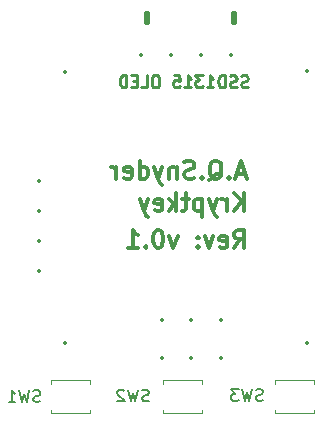
<source format=gbr>
%TF.GenerationSoftware,KiCad,Pcbnew,8.0.5*%
%TF.CreationDate,2024-09-25T23:10:07-04:00*%
%TF.ProjectId,kryptkey,6b727970-746b-4657-992e-6b696361645f,v0.1*%
%TF.SameCoordinates,Original*%
%TF.FileFunction,Legend,Bot*%
%TF.FilePolarity,Positive*%
%FSLAX46Y46*%
G04 Gerber Fmt 4.6, Leading zero omitted, Abs format (unit mm)*
G04 Created by KiCad (PCBNEW 8.0.5) date 2024-09-25 23:10:07*
%MOMM*%
%LPD*%
G01*
G04 APERTURE LIST*
%ADD10C,0.250000*%
%ADD11C,0.300000*%
%ADD12C,0.150000*%
%ADD13C,0.120000*%
%ADD14C,0.350000*%
%ADD15O,0.500000X1.300000*%
G04 APERTURE END LIST*
D10*
X113569430Y-60711436D02*
X113426573Y-60759055D01*
X113426573Y-60759055D02*
X113188478Y-60759055D01*
X113188478Y-60759055D02*
X113093240Y-60711436D01*
X113093240Y-60711436D02*
X113045621Y-60663816D01*
X113045621Y-60663816D02*
X112998002Y-60568578D01*
X112998002Y-60568578D02*
X112998002Y-60473340D01*
X112998002Y-60473340D02*
X113045621Y-60378102D01*
X113045621Y-60378102D02*
X113093240Y-60330483D01*
X113093240Y-60330483D02*
X113188478Y-60282864D01*
X113188478Y-60282864D02*
X113378954Y-60235245D01*
X113378954Y-60235245D02*
X113474192Y-60187626D01*
X113474192Y-60187626D02*
X113521811Y-60140007D01*
X113521811Y-60140007D02*
X113569430Y-60044769D01*
X113569430Y-60044769D02*
X113569430Y-59949531D01*
X113569430Y-59949531D02*
X113521811Y-59854293D01*
X113521811Y-59854293D02*
X113474192Y-59806674D01*
X113474192Y-59806674D02*
X113378954Y-59759055D01*
X113378954Y-59759055D02*
X113140859Y-59759055D01*
X113140859Y-59759055D02*
X112998002Y-59806674D01*
X112617049Y-60711436D02*
X112474192Y-60759055D01*
X112474192Y-60759055D02*
X112236097Y-60759055D01*
X112236097Y-60759055D02*
X112140859Y-60711436D01*
X112140859Y-60711436D02*
X112093240Y-60663816D01*
X112093240Y-60663816D02*
X112045621Y-60568578D01*
X112045621Y-60568578D02*
X112045621Y-60473340D01*
X112045621Y-60473340D02*
X112093240Y-60378102D01*
X112093240Y-60378102D02*
X112140859Y-60330483D01*
X112140859Y-60330483D02*
X112236097Y-60282864D01*
X112236097Y-60282864D02*
X112426573Y-60235245D01*
X112426573Y-60235245D02*
X112521811Y-60187626D01*
X112521811Y-60187626D02*
X112569430Y-60140007D01*
X112569430Y-60140007D02*
X112617049Y-60044769D01*
X112617049Y-60044769D02*
X112617049Y-59949531D01*
X112617049Y-59949531D02*
X112569430Y-59854293D01*
X112569430Y-59854293D02*
X112521811Y-59806674D01*
X112521811Y-59806674D02*
X112426573Y-59759055D01*
X112426573Y-59759055D02*
X112188478Y-59759055D01*
X112188478Y-59759055D02*
X112045621Y-59806674D01*
X111617049Y-60759055D02*
X111617049Y-59759055D01*
X111617049Y-59759055D02*
X111378954Y-59759055D01*
X111378954Y-59759055D02*
X111236097Y-59806674D01*
X111236097Y-59806674D02*
X111140859Y-59901912D01*
X111140859Y-59901912D02*
X111093240Y-59997150D01*
X111093240Y-59997150D02*
X111045621Y-60187626D01*
X111045621Y-60187626D02*
X111045621Y-60330483D01*
X111045621Y-60330483D02*
X111093240Y-60520959D01*
X111093240Y-60520959D02*
X111140859Y-60616197D01*
X111140859Y-60616197D02*
X111236097Y-60711436D01*
X111236097Y-60711436D02*
X111378954Y-60759055D01*
X111378954Y-60759055D02*
X111617049Y-60759055D01*
X110093240Y-60759055D02*
X110664668Y-60759055D01*
X110378954Y-60759055D02*
X110378954Y-59759055D01*
X110378954Y-59759055D02*
X110474192Y-59901912D01*
X110474192Y-59901912D02*
X110569430Y-59997150D01*
X110569430Y-59997150D02*
X110664668Y-60044769D01*
X109759906Y-59759055D02*
X109140859Y-59759055D01*
X109140859Y-59759055D02*
X109474192Y-60140007D01*
X109474192Y-60140007D02*
X109331335Y-60140007D01*
X109331335Y-60140007D02*
X109236097Y-60187626D01*
X109236097Y-60187626D02*
X109188478Y-60235245D01*
X109188478Y-60235245D02*
X109140859Y-60330483D01*
X109140859Y-60330483D02*
X109140859Y-60568578D01*
X109140859Y-60568578D02*
X109188478Y-60663816D01*
X109188478Y-60663816D02*
X109236097Y-60711436D01*
X109236097Y-60711436D02*
X109331335Y-60759055D01*
X109331335Y-60759055D02*
X109617049Y-60759055D01*
X109617049Y-60759055D02*
X109712287Y-60711436D01*
X109712287Y-60711436D02*
X109759906Y-60663816D01*
X108188478Y-60759055D02*
X108759906Y-60759055D01*
X108474192Y-60759055D02*
X108474192Y-59759055D01*
X108474192Y-59759055D02*
X108569430Y-59901912D01*
X108569430Y-59901912D02*
X108664668Y-59997150D01*
X108664668Y-59997150D02*
X108759906Y-60044769D01*
X107283716Y-59759055D02*
X107759906Y-59759055D01*
X107759906Y-59759055D02*
X107807525Y-60235245D01*
X107807525Y-60235245D02*
X107759906Y-60187626D01*
X107759906Y-60187626D02*
X107664668Y-60140007D01*
X107664668Y-60140007D02*
X107426573Y-60140007D01*
X107426573Y-60140007D02*
X107331335Y-60187626D01*
X107331335Y-60187626D02*
X107283716Y-60235245D01*
X107283716Y-60235245D02*
X107236097Y-60330483D01*
X107236097Y-60330483D02*
X107236097Y-60568578D01*
X107236097Y-60568578D02*
X107283716Y-60663816D01*
X107283716Y-60663816D02*
X107331335Y-60711436D01*
X107331335Y-60711436D02*
X107426573Y-60759055D01*
X107426573Y-60759055D02*
X107664668Y-60759055D01*
X107664668Y-60759055D02*
X107759906Y-60711436D01*
X107759906Y-60711436D02*
X107807525Y-60663816D01*
X105855144Y-59759055D02*
X105664668Y-59759055D01*
X105664668Y-59759055D02*
X105569430Y-59806674D01*
X105569430Y-59806674D02*
X105474192Y-59901912D01*
X105474192Y-59901912D02*
X105426573Y-60092388D01*
X105426573Y-60092388D02*
X105426573Y-60425721D01*
X105426573Y-60425721D02*
X105474192Y-60616197D01*
X105474192Y-60616197D02*
X105569430Y-60711436D01*
X105569430Y-60711436D02*
X105664668Y-60759055D01*
X105664668Y-60759055D02*
X105855144Y-60759055D01*
X105855144Y-60759055D02*
X105950382Y-60711436D01*
X105950382Y-60711436D02*
X106045620Y-60616197D01*
X106045620Y-60616197D02*
X106093239Y-60425721D01*
X106093239Y-60425721D02*
X106093239Y-60092388D01*
X106093239Y-60092388D02*
X106045620Y-59901912D01*
X106045620Y-59901912D02*
X105950382Y-59806674D01*
X105950382Y-59806674D02*
X105855144Y-59759055D01*
X104521811Y-60759055D02*
X104998001Y-60759055D01*
X104998001Y-60759055D02*
X104998001Y-59759055D01*
X104188477Y-60235245D02*
X103855144Y-60235245D01*
X103712287Y-60759055D02*
X104188477Y-60759055D01*
X104188477Y-60759055D02*
X104188477Y-59759055D01*
X104188477Y-59759055D02*
X103712287Y-59759055D01*
X103283715Y-60759055D02*
X103283715Y-59759055D01*
X103283715Y-59759055D02*
X103045620Y-59759055D01*
X103045620Y-59759055D02*
X102902763Y-59806674D01*
X102902763Y-59806674D02*
X102807525Y-59901912D01*
X102807525Y-59901912D02*
X102759906Y-59997150D01*
X102759906Y-59997150D02*
X102712287Y-60187626D01*
X102712287Y-60187626D02*
X102712287Y-60330483D01*
X102712287Y-60330483D02*
X102759906Y-60520959D01*
X102759906Y-60520959D02*
X102807525Y-60616197D01*
X102807525Y-60616197D02*
X102902763Y-60711436D01*
X102902763Y-60711436D02*
X103045620Y-60759055D01*
X103045620Y-60759055D02*
X103283715Y-60759055D01*
D11*
X112412726Y-74342708D02*
X112912726Y-73628422D01*
X113269869Y-74342708D02*
X113269869Y-72842708D01*
X113269869Y-72842708D02*
X112698440Y-72842708D01*
X112698440Y-72842708D02*
X112555583Y-72914137D01*
X112555583Y-72914137D02*
X112484154Y-72985565D01*
X112484154Y-72985565D02*
X112412726Y-73128422D01*
X112412726Y-73128422D02*
X112412726Y-73342708D01*
X112412726Y-73342708D02*
X112484154Y-73485565D01*
X112484154Y-73485565D02*
X112555583Y-73556994D01*
X112555583Y-73556994D02*
X112698440Y-73628422D01*
X112698440Y-73628422D02*
X113269869Y-73628422D01*
X111198440Y-74271280D02*
X111341297Y-74342708D01*
X111341297Y-74342708D02*
X111627012Y-74342708D01*
X111627012Y-74342708D02*
X111769869Y-74271280D01*
X111769869Y-74271280D02*
X111841297Y-74128422D01*
X111841297Y-74128422D02*
X111841297Y-73556994D01*
X111841297Y-73556994D02*
X111769869Y-73414137D01*
X111769869Y-73414137D02*
X111627012Y-73342708D01*
X111627012Y-73342708D02*
X111341297Y-73342708D01*
X111341297Y-73342708D02*
X111198440Y-73414137D01*
X111198440Y-73414137D02*
X111127012Y-73556994D01*
X111127012Y-73556994D02*
X111127012Y-73699851D01*
X111127012Y-73699851D02*
X111841297Y-73842708D01*
X110627012Y-73342708D02*
X110269869Y-74342708D01*
X110269869Y-74342708D02*
X109912726Y-73342708D01*
X109341298Y-74199851D02*
X109269869Y-74271280D01*
X109269869Y-74271280D02*
X109341298Y-74342708D01*
X109341298Y-74342708D02*
X109412726Y-74271280D01*
X109412726Y-74271280D02*
X109341298Y-74199851D01*
X109341298Y-74199851D02*
X109341298Y-74342708D01*
X109341298Y-73414137D02*
X109269869Y-73485565D01*
X109269869Y-73485565D02*
X109341298Y-73556994D01*
X109341298Y-73556994D02*
X109412726Y-73485565D01*
X109412726Y-73485565D02*
X109341298Y-73414137D01*
X109341298Y-73414137D02*
X109341298Y-73556994D01*
X107627012Y-73342708D02*
X107269869Y-74342708D01*
X107269869Y-74342708D02*
X106912726Y-73342708D01*
X106055583Y-72842708D02*
X105912726Y-72842708D01*
X105912726Y-72842708D02*
X105769869Y-72914137D01*
X105769869Y-72914137D02*
X105698441Y-72985565D01*
X105698441Y-72985565D02*
X105627012Y-73128422D01*
X105627012Y-73128422D02*
X105555583Y-73414137D01*
X105555583Y-73414137D02*
X105555583Y-73771280D01*
X105555583Y-73771280D02*
X105627012Y-74056994D01*
X105627012Y-74056994D02*
X105698441Y-74199851D01*
X105698441Y-74199851D02*
X105769869Y-74271280D01*
X105769869Y-74271280D02*
X105912726Y-74342708D01*
X105912726Y-74342708D02*
X106055583Y-74342708D01*
X106055583Y-74342708D02*
X106198441Y-74271280D01*
X106198441Y-74271280D02*
X106269869Y-74199851D01*
X106269869Y-74199851D02*
X106341298Y-74056994D01*
X106341298Y-74056994D02*
X106412726Y-73771280D01*
X106412726Y-73771280D02*
X106412726Y-73414137D01*
X106412726Y-73414137D02*
X106341298Y-73128422D01*
X106341298Y-73128422D02*
X106269869Y-72985565D01*
X106269869Y-72985565D02*
X106198441Y-72914137D01*
X106198441Y-72914137D02*
X106055583Y-72842708D01*
X104912727Y-74199851D02*
X104841298Y-74271280D01*
X104841298Y-74271280D02*
X104912727Y-74342708D01*
X104912727Y-74342708D02*
X104984155Y-74271280D01*
X104984155Y-74271280D02*
X104912727Y-74199851D01*
X104912727Y-74199851D02*
X104912727Y-74342708D01*
X103412726Y-74342708D02*
X104269869Y-74342708D01*
X103841298Y-74342708D02*
X103841298Y-72842708D01*
X103841298Y-72842708D02*
X103984155Y-73056994D01*
X103984155Y-73056994D02*
X104127012Y-73199851D01*
X104127012Y-73199851D02*
X104269869Y-73271280D01*
X113341297Y-68064137D02*
X112627012Y-68064137D01*
X113484154Y-68492708D02*
X112984154Y-66992708D01*
X112984154Y-66992708D02*
X112484154Y-68492708D01*
X111984155Y-68349851D02*
X111912726Y-68421280D01*
X111912726Y-68421280D02*
X111984155Y-68492708D01*
X111984155Y-68492708D02*
X112055583Y-68421280D01*
X112055583Y-68421280D02*
X111984155Y-68349851D01*
X111984155Y-68349851D02*
X111984155Y-68492708D01*
X110269869Y-68635565D02*
X110412726Y-68564137D01*
X110412726Y-68564137D02*
X110555583Y-68421280D01*
X110555583Y-68421280D02*
X110769869Y-68206994D01*
X110769869Y-68206994D02*
X110912726Y-68135565D01*
X110912726Y-68135565D02*
X111055583Y-68135565D01*
X110984154Y-68492708D02*
X111127012Y-68421280D01*
X111127012Y-68421280D02*
X111269869Y-68278422D01*
X111269869Y-68278422D02*
X111341297Y-67992708D01*
X111341297Y-67992708D02*
X111341297Y-67492708D01*
X111341297Y-67492708D02*
X111269869Y-67206994D01*
X111269869Y-67206994D02*
X111127012Y-67064137D01*
X111127012Y-67064137D02*
X110984154Y-66992708D01*
X110984154Y-66992708D02*
X110698440Y-66992708D01*
X110698440Y-66992708D02*
X110555583Y-67064137D01*
X110555583Y-67064137D02*
X110412726Y-67206994D01*
X110412726Y-67206994D02*
X110341297Y-67492708D01*
X110341297Y-67492708D02*
X110341297Y-67992708D01*
X110341297Y-67992708D02*
X110412726Y-68278422D01*
X110412726Y-68278422D02*
X110555583Y-68421280D01*
X110555583Y-68421280D02*
X110698440Y-68492708D01*
X110698440Y-68492708D02*
X110984154Y-68492708D01*
X109698440Y-68349851D02*
X109627011Y-68421280D01*
X109627011Y-68421280D02*
X109698440Y-68492708D01*
X109698440Y-68492708D02*
X109769868Y-68421280D01*
X109769868Y-68421280D02*
X109698440Y-68349851D01*
X109698440Y-68349851D02*
X109698440Y-68492708D01*
X109055582Y-68421280D02*
X108841297Y-68492708D01*
X108841297Y-68492708D02*
X108484154Y-68492708D01*
X108484154Y-68492708D02*
X108341297Y-68421280D01*
X108341297Y-68421280D02*
X108269868Y-68349851D01*
X108269868Y-68349851D02*
X108198439Y-68206994D01*
X108198439Y-68206994D02*
X108198439Y-68064137D01*
X108198439Y-68064137D02*
X108269868Y-67921280D01*
X108269868Y-67921280D02*
X108341297Y-67849851D01*
X108341297Y-67849851D02*
X108484154Y-67778422D01*
X108484154Y-67778422D02*
X108769868Y-67706994D01*
X108769868Y-67706994D02*
X108912725Y-67635565D01*
X108912725Y-67635565D02*
X108984154Y-67564137D01*
X108984154Y-67564137D02*
X109055582Y-67421280D01*
X109055582Y-67421280D02*
X109055582Y-67278422D01*
X109055582Y-67278422D02*
X108984154Y-67135565D01*
X108984154Y-67135565D02*
X108912725Y-67064137D01*
X108912725Y-67064137D02*
X108769868Y-66992708D01*
X108769868Y-66992708D02*
X108412725Y-66992708D01*
X108412725Y-66992708D02*
X108198439Y-67064137D01*
X107555583Y-67492708D02*
X107555583Y-68492708D01*
X107555583Y-67635565D02*
X107484154Y-67564137D01*
X107484154Y-67564137D02*
X107341297Y-67492708D01*
X107341297Y-67492708D02*
X107127011Y-67492708D01*
X107127011Y-67492708D02*
X106984154Y-67564137D01*
X106984154Y-67564137D02*
X106912726Y-67706994D01*
X106912726Y-67706994D02*
X106912726Y-68492708D01*
X106341297Y-67492708D02*
X105984154Y-68492708D01*
X105627011Y-67492708D02*
X105984154Y-68492708D01*
X105984154Y-68492708D02*
X106127011Y-68849851D01*
X106127011Y-68849851D02*
X106198440Y-68921280D01*
X106198440Y-68921280D02*
X106341297Y-68992708D01*
X104412726Y-68492708D02*
X104412726Y-66992708D01*
X104412726Y-68421280D02*
X104555583Y-68492708D01*
X104555583Y-68492708D02*
X104841297Y-68492708D01*
X104841297Y-68492708D02*
X104984154Y-68421280D01*
X104984154Y-68421280D02*
X105055583Y-68349851D01*
X105055583Y-68349851D02*
X105127011Y-68206994D01*
X105127011Y-68206994D02*
X105127011Y-67778422D01*
X105127011Y-67778422D02*
X105055583Y-67635565D01*
X105055583Y-67635565D02*
X104984154Y-67564137D01*
X104984154Y-67564137D02*
X104841297Y-67492708D01*
X104841297Y-67492708D02*
X104555583Y-67492708D01*
X104555583Y-67492708D02*
X104412726Y-67564137D01*
X103127011Y-68421280D02*
X103269868Y-68492708D01*
X103269868Y-68492708D02*
X103555583Y-68492708D01*
X103555583Y-68492708D02*
X103698440Y-68421280D01*
X103698440Y-68421280D02*
X103769868Y-68278422D01*
X103769868Y-68278422D02*
X103769868Y-67706994D01*
X103769868Y-67706994D02*
X103698440Y-67564137D01*
X103698440Y-67564137D02*
X103555583Y-67492708D01*
X103555583Y-67492708D02*
X103269868Y-67492708D01*
X103269868Y-67492708D02*
X103127011Y-67564137D01*
X103127011Y-67564137D02*
X103055583Y-67706994D01*
X103055583Y-67706994D02*
X103055583Y-67849851D01*
X103055583Y-67849851D02*
X103769868Y-67992708D01*
X102412726Y-68492708D02*
X102412726Y-67492708D01*
X102412726Y-67778422D02*
X102341297Y-67635565D01*
X102341297Y-67635565D02*
X102269869Y-67564137D01*
X102269869Y-67564137D02*
X102127011Y-67492708D01*
X102127011Y-67492708D02*
X101984154Y-67492708D01*
X113269869Y-71242708D02*
X113269869Y-69742708D01*
X112412726Y-71242708D02*
X113055583Y-70385565D01*
X112412726Y-69742708D02*
X113269869Y-70599851D01*
X111769869Y-71242708D02*
X111769869Y-70242708D01*
X111769869Y-70528422D02*
X111698440Y-70385565D01*
X111698440Y-70385565D02*
X111627012Y-70314137D01*
X111627012Y-70314137D02*
X111484154Y-70242708D01*
X111484154Y-70242708D02*
X111341297Y-70242708D01*
X110984155Y-70242708D02*
X110627012Y-71242708D01*
X110269869Y-70242708D02*
X110627012Y-71242708D01*
X110627012Y-71242708D02*
X110769869Y-71599851D01*
X110769869Y-71599851D02*
X110841298Y-71671280D01*
X110841298Y-71671280D02*
X110984155Y-71742708D01*
X109698441Y-70242708D02*
X109698441Y-71742708D01*
X109698441Y-70314137D02*
X109555584Y-70242708D01*
X109555584Y-70242708D02*
X109269869Y-70242708D01*
X109269869Y-70242708D02*
X109127012Y-70314137D01*
X109127012Y-70314137D02*
X109055584Y-70385565D01*
X109055584Y-70385565D02*
X108984155Y-70528422D01*
X108984155Y-70528422D02*
X108984155Y-70956994D01*
X108984155Y-70956994D02*
X109055584Y-71099851D01*
X109055584Y-71099851D02*
X109127012Y-71171280D01*
X109127012Y-71171280D02*
X109269869Y-71242708D01*
X109269869Y-71242708D02*
X109555584Y-71242708D01*
X109555584Y-71242708D02*
X109698441Y-71171280D01*
X108555583Y-70242708D02*
X107984155Y-70242708D01*
X108341298Y-69742708D02*
X108341298Y-71028422D01*
X108341298Y-71028422D02*
X108269869Y-71171280D01*
X108269869Y-71171280D02*
X108127012Y-71242708D01*
X108127012Y-71242708D02*
X107984155Y-71242708D01*
X107484155Y-71242708D02*
X107484155Y-69742708D01*
X107341298Y-70671280D02*
X106912726Y-71242708D01*
X106912726Y-70242708D02*
X107484155Y-70814137D01*
X105698440Y-71171280D02*
X105841297Y-71242708D01*
X105841297Y-71242708D02*
X106127012Y-71242708D01*
X106127012Y-71242708D02*
X106269869Y-71171280D01*
X106269869Y-71171280D02*
X106341297Y-71028422D01*
X106341297Y-71028422D02*
X106341297Y-70456994D01*
X106341297Y-70456994D02*
X106269869Y-70314137D01*
X106269869Y-70314137D02*
X106127012Y-70242708D01*
X106127012Y-70242708D02*
X105841297Y-70242708D01*
X105841297Y-70242708D02*
X105698440Y-70314137D01*
X105698440Y-70314137D02*
X105627012Y-70456994D01*
X105627012Y-70456994D02*
X105627012Y-70599851D01*
X105627012Y-70599851D02*
X106341297Y-70742708D01*
X105127012Y-70242708D02*
X104769869Y-71242708D01*
X104412726Y-70242708D02*
X104769869Y-71242708D01*
X104769869Y-71242708D02*
X104912726Y-71599851D01*
X104912726Y-71599851D02*
X104984155Y-71671280D01*
X104984155Y-71671280D02*
X105127012Y-71742708D01*
D12*
X105182712Y-87311580D02*
X105039855Y-87359199D01*
X105039855Y-87359199D02*
X104801760Y-87359199D01*
X104801760Y-87359199D02*
X104706522Y-87311580D01*
X104706522Y-87311580D02*
X104658903Y-87263960D01*
X104658903Y-87263960D02*
X104611284Y-87168722D01*
X104611284Y-87168722D02*
X104611284Y-87073484D01*
X104611284Y-87073484D02*
X104658903Y-86978246D01*
X104658903Y-86978246D02*
X104706522Y-86930627D01*
X104706522Y-86930627D02*
X104801760Y-86883008D01*
X104801760Y-86883008D02*
X104992236Y-86835389D01*
X104992236Y-86835389D02*
X105087474Y-86787770D01*
X105087474Y-86787770D02*
X105135093Y-86740151D01*
X105135093Y-86740151D02*
X105182712Y-86644913D01*
X105182712Y-86644913D02*
X105182712Y-86549675D01*
X105182712Y-86549675D02*
X105135093Y-86454437D01*
X105135093Y-86454437D02*
X105087474Y-86406818D01*
X105087474Y-86406818D02*
X104992236Y-86359199D01*
X104992236Y-86359199D02*
X104754141Y-86359199D01*
X104754141Y-86359199D02*
X104611284Y-86406818D01*
X104277950Y-86359199D02*
X104039855Y-87359199D01*
X104039855Y-87359199D02*
X103849379Y-86644913D01*
X103849379Y-86644913D02*
X103658903Y-87359199D01*
X103658903Y-87359199D02*
X103420808Y-86359199D01*
X103087474Y-86454437D02*
X103039855Y-86406818D01*
X103039855Y-86406818D02*
X102944617Y-86359199D01*
X102944617Y-86359199D02*
X102706522Y-86359199D01*
X102706522Y-86359199D02*
X102611284Y-86406818D01*
X102611284Y-86406818D02*
X102563665Y-86454437D01*
X102563665Y-86454437D02*
X102516046Y-86549675D01*
X102516046Y-86549675D02*
X102516046Y-86644913D01*
X102516046Y-86644913D02*
X102563665Y-86787770D01*
X102563665Y-86787770D02*
X103135093Y-87359199D01*
X103135093Y-87359199D02*
X102516046Y-87359199D01*
X114832712Y-87261580D02*
X114689855Y-87309199D01*
X114689855Y-87309199D02*
X114451760Y-87309199D01*
X114451760Y-87309199D02*
X114356522Y-87261580D01*
X114356522Y-87261580D02*
X114308903Y-87213960D01*
X114308903Y-87213960D02*
X114261284Y-87118722D01*
X114261284Y-87118722D02*
X114261284Y-87023484D01*
X114261284Y-87023484D02*
X114308903Y-86928246D01*
X114308903Y-86928246D02*
X114356522Y-86880627D01*
X114356522Y-86880627D02*
X114451760Y-86833008D01*
X114451760Y-86833008D02*
X114642236Y-86785389D01*
X114642236Y-86785389D02*
X114737474Y-86737770D01*
X114737474Y-86737770D02*
X114785093Y-86690151D01*
X114785093Y-86690151D02*
X114832712Y-86594913D01*
X114832712Y-86594913D02*
X114832712Y-86499675D01*
X114832712Y-86499675D02*
X114785093Y-86404437D01*
X114785093Y-86404437D02*
X114737474Y-86356818D01*
X114737474Y-86356818D02*
X114642236Y-86309199D01*
X114642236Y-86309199D02*
X114404141Y-86309199D01*
X114404141Y-86309199D02*
X114261284Y-86356818D01*
X113927950Y-86309199D02*
X113689855Y-87309199D01*
X113689855Y-87309199D02*
X113499379Y-86594913D01*
X113499379Y-86594913D02*
X113308903Y-87309199D01*
X113308903Y-87309199D02*
X113070808Y-86309199D01*
X112785093Y-86309199D02*
X112166046Y-86309199D01*
X112166046Y-86309199D02*
X112499379Y-86690151D01*
X112499379Y-86690151D02*
X112356522Y-86690151D01*
X112356522Y-86690151D02*
X112261284Y-86737770D01*
X112261284Y-86737770D02*
X112213665Y-86785389D01*
X112213665Y-86785389D02*
X112166046Y-86880627D01*
X112166046Y-86880627D02*
X112166046Y-87118722D01*
X112166046Y-87118722D02*
X112213665Y-87213960D01*
X112213665Y-87213960D02*
X112261284Y-87261580D01*
X112261284Y-87261580D02*
X112356522Y-87309199D01*
X112356522Y-87309199D02*
X112642236Y-87309199D01*
X112642236Y-87309199D02*
X112737474Y-87261580D01*
X112737474Y-87261580D02*
X112785093Y-87213960D01*
X95982712Y-87361580D02*
X95839855Y-87409199D01*
X95839855Y-87409199D02*
X95601760Y-87409199D01*
X95601760Y-87409199D02*
X95506522Y-87361580D01*
X95506522Y-87361580D02*
X95458903Y-87313960D01*
X95458903Y-87313960D02*
X95411284Y-87218722D01*
X95411284Y-87218722D02*
X95411284Y-87123484D01*
X95411284Y-87123484D02*
X95458903Y-87028246D01*
X95458903Y-87028246D02*
X95506522Y-86980627D01*
X95506522Y-86980627D02*
X95601760Y-86933008D01*
X95601760Y-86933008D02*
X95792236Y-86885389D01*
X95792236Y-86885389D02*
X95887474Y-86837770D01*
X95887474Y-86837770D02*
X95935093Y-86790151D01*
X95935093Y-86790151D02*
X95982712Y-86694913D01*
X95982712Y-86694913D02*
X95982712Y-86599675D01*
X95982712Y-86599675D02*
X95935093Y-86504437D01*
X95935093Y-86504437D02*
X95887474Y-86456818D01*
X95887474Y-86456818D02*
X95792236Y-86409199D01*
X95792236Y-86409199D02*
X95554141Y-86409199D01*
X95554141Y-86409199D02*
X95411284Y-86456818D01*
X95077950Y-86409199D02*
X94839855Y-87409199D01*
X94839855Y-87409199D02*
X94649379Y-86694913D01*
X94649379Y-86694913D02*
X94458903Y-87409199D01*
X94458903Y-87409199D02*
X94220808Y-86409199D01*
X93316046Y-87409199D02*
X93887474Y-87409199D01*
X93601760Y-87409199D02*
X93601760Y-86409199D01*
X93601760Y-86409199D02*
X93696998Y-86552056D01*
X93696998Y-86552056D02*
X93792236Y-86647294D01*
X93792236Y-86647294D02*
X93887474Y-86694913D01*
D13*
%TO.C,SW2*%
X109699380Y-88354380D02*
X106399380Y-88354380D01*
X106399380Y-88354380D02*
X106399380Y-88054380D01*
X106399380Y-85554380D02*
X106399380Y-85854380D01*
X109699380Y-85554380D02*
X106399380Y-85554380D01*
X109699380Y-88054380D02*
X109699380Y-88354380D01*
X109699380Y-85854380D02*
X109699380Y-85554380D01*
%TO.C,SW3*%
X119199380Y-88354380D02*
X115899380Y-88354380D01*
X115899380Y-88354380D02*
X115899380Y-88054380D01*
X115899380Y-85554380D02*
X115899380Y-85854380D01*
X119199380Y-85554380D02*
X115899380Y-85554380D01*
X119199380Y-88054380D02*
X119199380Y-88354380D01*
X119199380Y-85854380D02*
X119199380Y-85554380D01*
%TO.C,SW1*%
X100199380Y-88354380D02*
X96899380Y-88354380D01*
X96899380Y-88354380D02*
X96899380Y-88054380D01*
X96899380Y-85554380D02*
X96899380Y-85854380D01*
X100199380Y-85554380D02*
X96899380Y-85554380D01*
X100199380Y-88054380D02*
X100199380Y-88354380D01*
X100199380Y-85854380D02*
X100199380Y-85554380D01*
%TD*%
D14*
X111274380Y-83704380D03*
X108774380Y-83704380D03*
X106274380Y-83704380D03*
X111274380Y-80504380D03*
X108774380Y-80504380D03*
X106274380Y-80504380D03*
X98059380Y-82434380D03*
X98059380Y-59454380D03*
X118589380Y-59404380D03*
X95874380Y-76274380D03*
X95874380Y-73734380D03*
X95874380Y-71194380D03*
X95874380Y-68654380D03*
X118589380Y-82434380D03*
X112124380Y-58054380D03*
X109584380Y-58054380D03*
X107044380Y-58054380D03*
X104504380Y-58054380D03*
D15*
X112424380Y-54891880D03*
X105024380Y-54891880D03*
M02*

</source>
